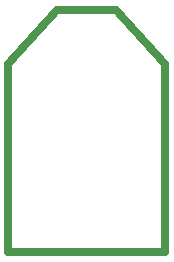
<source format=gbr>
%TF.GenerationSoftware,KiCad,Pcbnew,9.0.3*%
%TF.CreationDate,2025-07-23T15:55:15-05:00*%
%TF.ProjectId,NeoSword_Toplight,4e656f53-776f-4726-945f-546f706c6967,rev?*%
%TF.SameCoordinates,Original*%
%TF.FileFunction,Profile,NP*%
%FSLAX46Y46*%
G04 Gerber Fmt 4.6, Leading zero omitted, Abs format (unit mm)*
G04 Created by KiCad (PCBNEW 9.0.3) date 2025-07-23 15:55:15*
%MOMM*%
%LPD*%
G01*
G04 APERTURE LIST*
%TA.AperFunction,Profile*%
%ADD10C,0.699999*%
%TD*%
G04 APERTURE END LIST*
D10*
X155508684Y-92414726D02*
X148854342Y-92414726D01*
X155508684Y-76500000D02*
X155508684Y-92414726D01*
X151354342Y-71996757D02*
X155508684Y-76500000D01*
X148854342Y-71996757D02*
X151354342Y-71996757D01*
X146354342Y-71996757D02*
X148854342Y-71996757D01*
X142200000Y-76500000D02*
X146354342Y-71996757D01*
X142200000Y-92414726D02*
X142200000Y-76500000D01*
X148854342Y-92414726D02*
X142200000Y-92414726D01*
M02*

</source>
